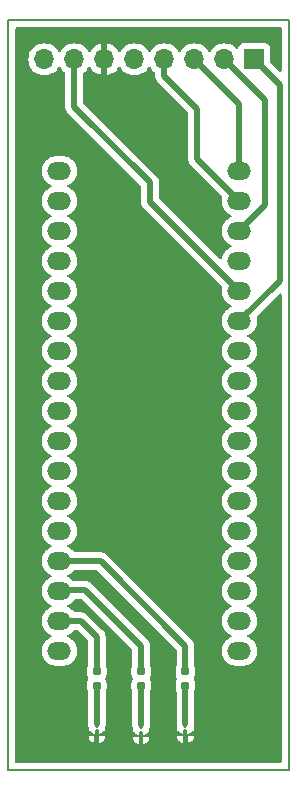
<source format=gbr>
%TF.GenerationSoftware,KiCad,Pcbnew,8.0.0*%
%TF.CreationDate,2024-05-09T13:21:52+02:00*%
%TF.ProjectId,LogUnit,4c6f6755-6e69-4742-9e6b-696361645f70,rev?*%
%TF.SameCoordinates,Original*%
%TF.FileFunction,Copper,L1,Top*%
%TF.FilePolarity,Positive*%
%FSLAX46Y46*%
G04 Gerber Fmt 4.6, Leading zero omitted, Abs format (unit mm)*
G04 Created by KiCad (PCBNEW 8.0.0) date 2024-05-09 13:21:52*
%MOMM*%
%LPD*%
G01*
G04 APERTURE LIST*
G04 Aperture macros list*
%AMRoundRect*
0 Rectangle with rounded corners*
0 $1 Rounding radius*
0 $2 $3 $4 $5 $6 $7 $8 $9 X,Y pos of 4 corners*
0 Add a 4 corners polygon primitive as box body*
4,1,4,$2,$3,$4,$5,$6,$7,$8,$9,$2,$3,0*
0 Add four circle primitives for the rounded corners*
1,1,$1+$1,$2,$3*
1,1,$1+$1,$4,$5*
1,1,$1+$1,$6,$7*
1,1,$1+$1,$8,$9*
0 Add four rect primitives between the rounded corners*
20,1,$1+$1,$2,$3,$4,$5,0*
20,1,$1+$1,$4,$5,$6,$7,0*
20,1,$1+$1,$6,$7,$8,$9,0*
20,1,$1+$1,$8,$9,$2,$3,0*%
G04 Aperture macros list end*
%TA.AperFunction,NonConductor*%
%ADD10C,0.200000*%
%TD*%
%TA.AperFunction,ComponentPad*%
%ADD11R,1.700000X1.700000*%
%TD*%
%TA.AperFunction,ComponentPad*%
%ADD12O,1.700000X1.700000*%
%TD*%
%TA.AperFunction,ComponentPad*%
%ADD13O,2.000000X1.500000*%
%TD*%
%TA.AperFunction,SMDPad,CuDef*%
%ADD14RoundRect,0.160000X-0.160000X0.197500X-0.160000X-0.197500X0.160000X-0.197500X0.160000X0.197500X0*%
%TD*%
%TA.AperFunction,SMDPad,CuDef*%
%ADD15RoundRect,0.100000X0.100000X-0.217500X0.100000X0.217500X-0.100000X0.217500X-0.100000X-0.217500X0*%
%TD*%
%TA.AperFunction,ViaPad*%
%ADD16C,0.600000*%
%TD*%
%TA.AperFunction,Conductor*%
%ADD17C,0.500000*%
%TD*%
G04 APERTURE END LIST*
D10*
X99750000Y-66500000D02*
X123500000Y-66500000D01*
X123500000Y-130000000D01*
X99750000Y-130000000D01*
X99750000Y-66500000D01*
D11*
%TO.P,U3,1,SS*%
%TO.N,SDA*%
X120585000Y-69830000D03*
D12*
%TO.P,U3,2,SCK*%
%TO.N,SCK*%
X118045000Y-69830000D03*
%TO.P,U3,3,MOSI*%
%TO.N,MOSI*%
X115505000Y-69830000D03*
%TO.P,U3,4,MISO*%
%TO.N,MISO*%
X112965000Y-69830000D03*
%TO.P,U3,5,IRQ*%
%TO.N,unconnected-(U3-IRQ-Pad5)*%
X110425000Y-69830000D03*
%TO.P,U3,6,GND*%
%TO.N,GND*%
X107885000Y-69830000D03*
%TO.P,U3,7,RST*%
%TO.N,RST*%
X105345000Y-69830000D03*
%TO.P,U3,8,VCC*%
%TO.N,+3.3V*%
X102805000Y-69830000D03*
%TD*%
D13*
%TO.P,U1,1,VBAT*%
%TO.N,unconnected-(U1-VBAT-Pad1)*%
X104080000Y-79290000D03*
%TO.P,U1,2,GND*%
%TO.N,unconnected-(U1-GND-Pad2)*%
X104080000Y-81830000D03*
%TO.P,U1,3,5V*%
%TO.N,unconnected-(U1-5V-Pad3)*%
X104080000Y-84370000D03*
%TO.P,U1,4,3V3*%
%TO.N,unconnected-(U1-3V3-Pad4)*%
X104080000Y-86910000D03*
%TO.P,U1,5,IO1*%
%TO.N,unconnected-(U1-IO1-Pad5)*%
X104080000Y-89450000D03*
%TO.P,U1,6,IO2*%
%TO.N,unconnected-(U1-IO2-Pad6)*%
X104080000Y-91990000D03*
%TO.P,U1,7,IO3*%
%TO.N,unconnected-(U1-IO3-Pad7)*%
X104080000Y-94530000D03*
%TO.P,U1,8,IO4*%
%TO.N,unconnected-(U1-IO4-Pad8)*%
X104080000Y-97070000D03*
%TO.P,U1,9,IO5*%
%TO.N,unconnected-(U1-IO5-Pad9)*%
X104080000Y-99610000D03*
%TO.P,U1,10,IO21*%
%TO.N,unconnected-(U1-IO21-Pad10)*%
X104080000Y-102150000D03*
%TO.P,U1,11,IO0*%
%TO.N,unconnected-(U1-IO0-Pad11)*%
X104080000Y-104690000D03*
%TO.P,U1,12,LDO2_OUT*%
%TO.N,unconnected-(U1-LDO2_OUT-Pad12)*%
X104080000Y-107230000D03*
%TO.P,U1,13,IO16*%
%TO.N,unconnected-(U1-IO16-Pad13)*%
X104080000Y-109770000D03*
%TO.P,U1,14,IO15*%
%TO.N,Net-(U1-IO15)*%
X104080000Y-112310000D03*
%TO.P,U1,15,IO14*%
%TO.N,Net-(U1-IO14)*%
X104080000Y-114850000D03*
%TO.P,U1,16,IO13*%
%TO.N,Net-(U1-IO13)*%
X104080000Y-117390000D03*
%TO.P,U1,17,IO12*%
%TO.N,unconnected-(U1-IO12-Pad17)*%
X104080000Y-119930000D03*
%TO.P,U1,18,IO42*%
%TO.N,unconnected-(U1-IO42-Pad18)*%
X119320000Y-119930000D03*
%TO.P,U1,19,IO41*%
%TO.N,unconnected-(U1-IO41-Pad19)*%
X119320000Y-117390000D03*
%TO.P,U1,20,IO40*%
%TO.N,unconnected-(U1-IO40-Pad20)*%
X119320000Y-114850000D03*
%TO.P,U1,21,IO39*%
%TO.N,unconnected-(U1-IO39-Pad21)*%
X119320000Y-112310000D03*
%TO.P,U1,22,IO38*%
%TO.N,unconnected-(U1-IO38-Pad22)*%
X119320000Y-109770000D03*
%TO.P,U1,23,RX*%
%TO.N,unconnected-(U1-RX-Pad23)*%
X119320000Y-107230000D03*
%TO.P,U1,24,TX*%
%TO.N,unconnected-(U1-TX-Pad24)*%
X119320000Y-104690000D03*
%TO.P,U1,25,GND*%
%TO.N,unconnected-(U1-GND-Pad25)*%
X119320000Y-102150000D03*
%TO.P,U1,26,RST*%
%TO.N,unconnected-(U1-RST-Pad26)*%
X119320000Y-99610000D03*
%TO.P,U1,27,IO6*%
%TO.N,unconnected-(U1-IO6-Pad27)*%
X119320000Y-97070000D03*
%TO.P,U1,28,IO7*%
%TO.N,unconnected-(U1-IO7-Pad28)*%
X119320000Y-94530000D03*
%TO.P,U1,29,IO8*%
%TO.N,SDA*%
X119320000Y-91990000D03*
%TO.P,U1,30,IO9*%
%TO.N,RST*%
X119320000Y-89450000D03*
%TO.P,U1,31,IO34*%
%TO.N,unconnected-(U1-IO34-Pad31)*%
X119320000Y-86910000D03*
%TO.P,U1,32,IO36*%
%TO.N,SCK*%
X119320000Y-84370000D03*
%TO.P,U1,33,IO37*%
%TO.N,MISO*%
X119320000Y-81830000D03*
%TO.P,U1,34,IO35*%
%TO.N,MOSI*%
X119320000Y-79290000D03*
%TD*%
D14*
%TO.P,R3,1*%
%TO.N,Net-(U1-IO13)*%
X107250000Y-121652500D03*
%TO.P,R3,2*%
%TO.N,Net-(D3-A)*%
X107250000Y-122847500D03*
%TD*%
D15*
%TO.P,D2,1,K*%
%TO.N,GND*%
X111000000Y-127000000D03*
%TO.P,D2,2,A*%
%TO.N,Net-(D2-A)*%
X111000000Y-126185000D03*
%TD*%
D14*
%TO.P,R2,1*%
%TO.N,Net-(U1-IO14)*%
X111000000Y-121652500D03*
%TO.P,R2,2*%
%TO.N,Net-(D2-A)*%
X111000000Y-122847500D03*
%TD*%
D15*
%TO.P,D1,1,K*%
%TO.N,GND*%
X114750000Y-126907500D03*
%TO.P,D1,2,A*%
%TO.N,Net-(D1-A)*%
X114750000Y-126092500D03*
%TD*%
%TO.P,D3,1,K*%
%TO.N,GND*%
X107250000Y-126907500D03*
%TO.P,D3,2,A*%
%TO.N,Net-(D3-A)*%
X107250000Y-126092500D03*
%TD*%
D14*
%TO.P,R1,1*%
%TO.N,Net-(U1-IO15)*%
X114750000Y-121652500D03*
%TO.P,R1,2*%
%TO.N,Net-(D1-A)*%
X114750000Y-122847500D03*
%TD*%
D16*
%TO.N,GND*%
X115250000Y-82750000D03*
X114000000Y-86500000D03*
%TD*%
D17*
%TO.N,RST*%
X105345000Y-73845000D02*
X105345000Y-69830000D01*
X111750000Y-80250000D02*
X105345000Y-73845000D01*
X111750000Y-81880000D02*
X111750000Y-80250000D01*
X119320000Y-89450000D02*
X111750000Y-81880000D01*
%TO.N,Net-(D1-A)*%
X114750000Y-122847500D02*
X114750000Y-126092500D01*
%TO.N,Net-(D2-A)*%
X111000000Y-122847500D02*
X111000000Y-126185000D01*
%TO.N,Net-(D3-A)*%
X107250000Y-122847500D02*
X107250000Y-126092500D01*
%TO.N,Net-(U1-IO14)*%
X104180000Y-114750000D02*
X104080000Y-114850000D01*
X106250000Y-114750000D02*
X104180000Y-114750000D01*
X111000000Y-119500000D02*
X106250000Y-114750000D01*
X111000000Y-121652500D02*
X111000000Y-119500000D01*
%TO.N,Net-(U1-IO13)*%
X105890000Y-117390000D02*
X104080000Y-117390000D01*
X107250000Y-118750000D02*
X105890000Y-117390000D01*
X107250000Y-121652500D02*
X107250000Y-118750000D01*
%TO.N,Net-(U1-IO15)*%
X114750000Y-119500000D02*
X107560000Y-112310000D01*
X114750000Y-121652500D02*
X114750000Y-119500000D01*
X107560000Y-112310000D02*
X104080000Y-112310000D01*
%TO.N,MISO*%
X115750000Y-78260000D02*
X115750000Y-74000000D01*
X112965000Y-71215000D02*
X112965000Y-69830000D01*
X119320000Y-81830000D02*
X115750000Y-78260000D01*
X115750000Y-74000000D02*
X112965000Y-71215000D01*
%TO.N,MOSI*%
X119320000Y-73645000D02*
X115505000Y-69830000D01*
X119320000Y-79290000D02*
X119320000Y-73645000D01*
%TO.N,SCK*%
X121500000Y-73285000D02*
X118045000Y-69830000D01*
X121500000Y-82190000D02*
X121500000Y-73285000D01*
X119320000Y-84370000D02*
X121500000Y-82190000D01*
%TO.N,SDA*%
X119320000Y-91990000D02*
X122750000Y-88560000D01*
X122750000Y-88560000D02*
X122750000Y-71995000D01*
X122750000Y-71995000D02*
X120585000Y-69830000D01*
%TD*%
%TA.AperFunction,Conductor*%
%TO.N,GND*%
G36*
X122842539Y-67120185D02*
G01*
X122888294Y-67172989D01*
X122899500Y-67224500D01*
X122899500Y-70783770D01*
X122879815Y-70850809D01*
X122827011Y-70896564D01*
X122757853Y-70906508D01*
X122694297Y-70877483D01*
X122687819Y-70871451D01*
X121971818Y-70155450D01*
X121938333Y-70094127D01*
X121935499Y-70067769D01*
X121935499Y-68932129D01*
X121935498Y-68932123D01*
X121929091Y-68872516D01*
X121878797Y-68737671D01*
X121878793Y-68737664D01*
X121792547Y-68622455D01*
X121792544Y-68622452D01*
X121677335Y-68536206D01*
X121677328Y-68536202D01*
X121542482Y-68485908D01*
X121542483Y-68485908D01*
X121482883Y-68479501D01*
X121482881Y-68479500D01*
X121482873Y-68479500D01*
X121482864Y-68479500D01*
X119687129Y-68479500D01*
X119687123Y-68479501D01*
X119627516Y-68485908D01*
X119492671Y-68536202D01*
X119492664Y-68536206D01*
X119377455Y-68622452D01*
X119377452Y-68622455D01*
X119291206Y-68737664D01*
X119291203Y-68737669D01*
X119242189Y-68869083D01*
X119200317Y-68925016D01*
X119134853Y-68949433D01*
X119066580Y-68934581D01*
X119038326Y-68913430D01*
X118916402Y-68791506D01*
X118916395Y-68791501D01*
X118722834Y-68655967D01*
X118722830Y-68655965D01*
X118722828Y-68655964D01*
X118508663Y-68556097D01*
X118508659Y-68556096D01*
X118508655Y-68556094D01*
X118280413Y-68494938D01*
X118280403Y-68494936D01*
X118045001Y-68474341D01*
X118044999Y-68474341D01*
X117809596Y-68494936D01*
X117809586Y-68494938D01*
X117581344Y-68556094D01*
X117581335Y-68556098D01*
X117367171Y-68655964D01*
X117367169Y-68655965D01*
X117173597Y-68791505D01*
X117006505Y-68958597D01*
X116876575Y-69144158D01*
X116821998Y-69187783D01*
X116752500Y-69194977D01*
X116690145Y-69163454D01*
X116673425Y-69144158D01*
X116543494Y-68958597D01*
X116376402Y-68791506D01*
X116376395Y-68791501D01*
X116182834Y-68655967D01*
X116182830Y-68655965D01*
X116182828Y-68655964D01*
X115968663Y-68556097D01*
X115968659Y-68556096D01*
X115968655Y-68556094D01*
X115740413Y-68494938D01*
X115740403Y-68494936D01*
X115505001Y-68474341D01*
X115504999Y-68474341D01*
X115269596Y-68494936D01*
X115269586Y-68494938D01*
X115041344Y-68556094D01*
X115041335Y-68556098D01*
X114827171Y-68655964D01*
X114827169Y-68655965D01*
X114633597Y-68791505D01*
X114466505Y-68958597D01*
X114336575Y-69144158D01*
X114281998Y-69187783D01*
X114212500Y-69194977D01*
X114150145Y-69163454D01*
X114133425Y-69144158D01*
X114003494Y-68958597D01*
X113836402Y-68791506D01*
X113836395Y-68791501D01*
X113642834Y-68655967D01*
X113642830Y-68655965D01*
X113642828Y-68655964D01*
X113428663Y-68556097D01*
X113428659Y-68556096D01*
X113428655Y-68556094D01*
X113200413Y-68494938D01*
X113200403Y-68494936D01*
X112965001Y-68474341D01*
X112964999Y-68474341D01*
X112729596Y-68494936D01*
X112729586Y-68494938D01*
X112501344Y-68556094D01*
X112501335Y-68556098D01*
X112287171Y-68655964D01*
X112287169Y-68655965D01*
X112093597Y-68791505D01*
X111926505Y-68958597D01*
X111796575Y-69144158D01*
X111741998Y-69187783D01*
X111672500Y-69194977D01*
X111610145Y-69163454D01*
X111593425Y-69144158D01*
X111463494Y-68958597D01*
X111296402Y-68791506D01*
X111296395Y-68791501D01*
X111102834Y-68655967D01*
X111102830Y-68655965D01*
X111102828Y-68655964D01*
X110888663Y-68556097D01*
X110888659Y-68556096D01*
X110888655Y-68556094D01*
X110660413Y-68494938D01*
X110660403Y-68494936D01*
X110425001Y-68474341D01*
X110424999Y-68474341D01*
X110189596Y-68494936D01*
X110189586Y-68494938D01*
X109961344Y-68556094D01*
X109961335Y-68556098D01*
X109747171Y-68655964D01*
X109747169Y-68655965D01*
X109553597Y-68791505D01*
X109386508Y-68958594D01*
X109256269Y-69144595D01*
X109201692Y-69188219D01*
X109132193Y-69195412D01*
X109069839Y-69163890D01*
X109053119Y-69144594D01*
X108923113Y-68958926D01*
X108923108Y-68958920D01*
X108756082Y-68791894D01*
X108562578Y-68656399D01*
X108348492Y-68556570D01*
X108348486Y-68556567D01*
X108135000Y-68499364D01*
X108135000Y-69396988D01*
X108077993Y-69364075D01*
X107950826Y-69330000D01*
X107819174Y-69330000D01*
X107692007Y-69364075D01*
X107635000Y-69396988D01*
X107635000Y-68499364D01*
X107634999Y-68499364D01*
X107421513Y-68556567D01*
X107421507Y-68556570D01*
X107207422Y-68656399D01*
X107207420Y-68656400D01*
X107013926Y-68791886D01*
X107013920Y-68791891D01*
X106846891Y-68958920D01*
X106846890Y-68958922D01*
X106716880Y-69144595D01*
X106662303Y-69188219D01*
X106592804Y-69195412D01*
X106530450Y-69163890D01*
X106513730Y-69144594D01*
X106383494Y-68958597D01*
X106216402Y-68791506D01*
X106216395Y-68791501D01*
X106022834Y-68655967D01*
X106022830Y-68655965D01*
X106022828Y-68655964D01*
X105808663Y-68556097D01*
X105808659Y-68556096D01*
X105808655Y-68556094D01*
X105580413Y-68494938D01*
X105580403Y-68494936D01*
X105345001Y-68474341D01*
X105344999Y-68474341D01*
X105109596Y-68494936D01*
X105109586Y-68494938D01*
X104881344Y-68556094D01*
X104881335Y-68556098D01*
X104667171Y-68655964D01*
X104667169Y-68655965D01*
X104473597Y-68791505D01*
X104306505Y-68958597D01*
X104176575Y-69144158D01*
X104121998Y-69187783D01*
X104052500Y-69194977D01*
X103990145Y-69163454D01*
X103973425Y-69144158D01*
X103843494Y-68958597D01*
X103676402Y-68791506D01*
X103676395Y-68791501D01*
X103482834Y-68655967D01*
X103482830Y-68655965D01*
X103482828Y-68655964D01*
X103268663Y-68556097D01*
X103268659Y-68556096D01*
X103268655Y-68556094D01*
X103040413Y-68494938D01*
X103040403Y-68494936D01*
X102805001Y-68474341D01*
X102804999Y-68474341D01*
X102569596Y-68494936D01*
X102569586Y-68494938D01*
X102341344Y-68556094D01*
X102341335Y-68556098D01*
X102127171Y-68655964D01*
X102127169Y-68655965D01*
X101933597Y-68791505D01*
X101766505Y-68958597D01*
X101630965Y-69152169D01*
X101630964Y-69152171D01*
X101531098Y-69366335D01*
X101531094Y-69366344D01*
X101469938Y-69594586D01*
X101469936Y-69594596D01*
X101449341Y-69829999D01*
X101449341Y-69830000D01*
X101469936Y-70065403D01*
X101469938Y-70065413D01*
X101531094Y-70293655D01*
X101531096Y-70293659D01*
X101531097Y-70293663D01*
X101610801Y-70464588D01*
X101630965Y-70507830D01*
X101630967Y-70507834D01*
X101739281Y-70662521D01*
X101766505Y-70701401D01*
X101933599Y-70868495D01*
X101987887Y-70906508D01*
X102127165Y-71004032D01*
X102127167Y-71004033D01*
X102127170Y-71004035D01*
X102341337Y-71103903D01*
X102569592Y-71165063D01*
X102749337Y-71180789D01*
X102804999Y-71185659D01*
X102805000Y-71185659D01*
X102805001Y-71185659D01*
X102860663Y-71180789D01*
X103040408Y-71165063D01*
X103268663Y-71103903D01*
X103482830Y-71004035D01*
X103676401Y-70868495D01*
X103843495Y-70701401D01*
X103973425Y-70515842D01*
X104028002Y-70472217D01*
X104097500Y-70465023D01*
X104159855Y-70496546D01*
X104176575Y-70515842D01*
X104306501Y-70701396D01*
X104306506Y-70701402D01*
X104473595Y-70868492D01*
X104473598Y-70868494D01*
X104473599Y-70868495D01*
X104541623Y-70916125D01*
X104585248Y-70970701D01*
X104594500Y-71017700D01*
X104594500Y-73918918D01*
X104594500Y-73918920D01*
X104594499Y-73918920D01*
X104623340Y-74063907D01*
X104623343Y-74063917D01*
X104679914Y-74200491D01*
X104679916Y-74200495D01*
X104698262Y-74227952D01*
X104698261Y-74227952D01*
X104762046Y-74323414D01*
X104762052Y-74323421D01*
X110963181Y-80524549D01*
X110996666Y-80585872D01*
X110999500Y-80612230D01*
X110999500Y-81953918D01*
X110999500Y-81953920D01*
X110999499Y-81953920D01*
X111028340Y-82098907D01*
X111028343Y-82098917D01*
X111084912Y-82235488D01*
X111084916Y-82235495D01*
X111103905Y-82263914D01*
X111103906Y-82263917D01*
X111167046Y-82358414D01*
X111167052Y-82358421D01*
X117824888Y-89016256D01*
X117858373Y-89077579D01*
X117855138Y-89142254D01*
X117850292Y-89157166D01*
X117850291Y-89157173D01*
X117819500Y-89351577D01*
X117819500Y-89548422D01*
X117850290Y-89742826D01*
X117911117Y-89930029D01*
X118000476Y-90105405D01*
X118116172Y-90264646D01*
X118255354Y-90403828D01*
X118414595Y-90519524D01*
X118537992Y-90582397D01*
X118591213Y-90609515D01*
X118642009Y-90657489D01*
X118658804Y-90725310D01*
X118636267Y-90791445D01*
X118591213Y-90830485D01*
X118414594Y-90920476D01*
X118323741Y-90986485D01*
X118255354Y-91036172D01*
X118255352Y-91036174D01*
X118255351Y-91036174D01*
X118116174Y-91175351D01*
X118116174Y-91175352D01*
X118116172Y-91175354D01*
X118066485Y-91243741D01*
X118000476Y-91334594D01*
X117911117Y-91509970D01*
X117850290Y-91697173D01*
X117819500Y-91891577D01*
X117819500Y-92088422D01*
X117850290Y-92282826D01*
X117911117Y-92470029D01*
X118000476Y-92645405D01*
X118116172Y-92804646D01*
X118255354Y-92943828D01*
X118414595Y-93059524D01*
X118537992Y-93122397D01*
X118591213Y-93149515D01*
X118642009Y-93197489D01*
X118658804Y-93265310D01*
X118636267Y-93331445D01*
X118591213Y-93370485D01*
X118414594Y-93460476D01*
X118323741Y-93526485D01*
X118255354Y-93576172D01*
X118255352Y-93576174D01*
X118255351Y-93576174D01*
X118116174Y-93715351D01*
X118116174Y-93715352D01*
X118116172Y-93715354D01*
X118066485Y-93783741D01*
X118000476Y-93874594D01*
X117911117Y-94049970D01*
X117850290Y-94237173D01*
X117819500Y-94431577D01*
X117819500Y-94628422D01*
X117850290Y-94822826D01*
X117911117Y-95010029D01*
X118000476Y-95185405D01*
X118116172Y-95344646D01*
X118255354Y-95483828D01*
X118414595Y-95599524D01*
X118537992Y-95662397D01*
X118591213Y-95689515D01*
X118642009Y-95737489D01*
X118658804Y-95805310D01*
X118636267Y-95871445D01*
X118591213Y-95910485D01*
X118414594Y-96000476D01*
X118323741Y-96066485D01*
X118255354Y-96116172D01*
X118255352Y-96116174D01*
X118255351Y-96116174D01*
X118116174Y-96255351D01*
X118116174Y-96255352D01*
X118116172Y-96255354D01*
X118066485Y-96323741D01*
X118000476Y-96414594D01*
X117911117Y-96589970D01*
X117850290Y-96777173D01*
X117819500Y-96971577D01*
X117819500Y-97168422D01*
X117850290Y-97362826D01*
X117911117Y-97550029D01*
X118000476Y-97725405D01*
X118116172Y-97884646D01*
X118255354Y-98023828D01*
X118414595Y-98139524D01*
X118537992Y-98202397D01*
X118591213Y-98229515D01*
X118642009Y-98277489D01*
X118658804Y-98345310D01*
X118636267Y-98411445D01*
X118591213Y-98450485D01*
X118414594Y-98540476D01*
X118323741Y-98606485D01*
X118255354Y-98656172D01*
X118255352Y-98656174D01*
X118255351Y-98656174D01*
X118116174Y-98795351D01*
X118116174Y-98795352D01*
X118116172Y-98795354D01*
X118066485Y-98863741D01*
X118000476Y-98954594D01*
X117911117Y-99129970D01*
X117850290Y-99317173D01*
X117819500Y-99511577D01*
X117819500Y-99708422D01*
X117850290Y-99902826D01*
X117911117Y-100090029D01*
X118000476Y-100265405D01*
X118116172Y-100424646D01*
X118255354Y-100563828D01*
X118414595Y-100679524D01*
X118537992Y-100742397D01*
X118591213Y-100769515D01*
X118642009Y-100817489D01*
X118658804Y-100885310D01*
X118636267Y-100951445D01*
X118591213Y-100990485D01*
X118414594Y-101080476D01*
X118323741Y-101146485D01*
X118255354Y-101196172D01*
X118255352Y-101196174D01*
X118255351Y-101196174D01*
X118116174Y-101335351D01*
X118116174Y-101335352D01*
X118116172Y-101335354D01*
X118066485Y-101403741D01*
X118000476Y-101494594D01*
X117911117Y-101669970D01*
X117850290Y-101857173D01*
X117819500Y-102051577D01*
X117819500Y-102248422D01*
X117850290Y-102442826D01*
X117911117Y-102630029D01*
X118000476Y-102805405D01*
X118116172Y-102964646D01*
X118255354Y-103103828D01*
X118414595Y-103219524D01*
X118537992Y-103282397D01*
X118591213Y-103309515D01*
X118642009Y-103357489D01*
X118658804Y-103425310D01*
X118636267Y-103491445D01*
X118591213Y-103530485D01*
X118414594Y-103620476D01*
X118323741Y-103686485D01*
X118255354Y-103736172D01*
X118255352Y-103736174D01*
X118255351Y-103736174D01*
X118116174Y-103875351D01*
X118116174Y-103875352D01*
X118116172Y-103875354D01*
X118066485Y-103943741D01*
X118000476Y-104034594D01*
X117911117Y-104209970D01*
X117850290Y-104397173D01*
X117819500Y-104591577D01*
X117819500Y-104788422D01*
X117850290Y-104982826D01*
X117911117Y-105170029D01*
X118000476Y-105345405D01*
X118116172Y-105504646D01*
X118255354Y-105643828D01*
X118414595Y-105759524D01*
X118537992Y-105822397D01*
X118591213Y-105849515D01*
X118642009Y-105897489D01*
X118658804Y-105965310D01*
X118636267Y-106031445D01*
X118591213Y-106070485D01*
X118414594Y-106160476D01*
X118323741Y-106226485D01*
X118255354Y-106276172D01*
X118255352Y-106276174D01*
X118255351Y-106276174D01*
X118116174Y-106415351D01*
X118116174Y-106415352D01*
X118116172Y-106415354D01*
X118066485Y-106483741D01*
X118000476Y-106574594D01*
X117911117Y-106749970D01*
X117850290Y-106937173D01*
X117819500Y-107131577D01*
X117819500Y-107328422D01*
X117850290Y-107522826D01*
X117911117Y-107710029D01*
X118000476Y-107885405D01*
X118116172Y-108044646D01*
X118255354Y-108183828D01*
X118414595Y-108299524D01*
X118537992Y-108362397D01*
X118591213Y-108389515D01*
X118642009Y-108437489D01*
X118658804Y-108505310D01*
X118636267Y-108571445D01*
X118591213Y-108610485D01*
X118414594Y-108700476D01*
X118323741Y-108766485D01*
X118255354Y-108816172D01*
X118255352Y-108816174D01*
X118255351Y-108816174D01*
X118116174Y-108955351D01*
X118116174Y-108955352D01*
X118116172Y-108955354D01*
X118066485Y-109023741D01*
X118000476Y-109114594D01*
X117911117Y-109289970D01*
X117850290Y-109477173D01*
X117819500Y-109671577D01*
X117819500Y-109868422D01*
X117850290Y-110062826D01*
X117911117Y-110250029D01*
X118000476Y-110425405D01*
X118116172Y-110584646D01*
X118255354Y-110723828D01*
X118414595Y-110839524D01*
X118537992Y-110902397D01*
X118591213Y-110929515D01*
X118642009Y-110977489D01*
X118658804Y-111045310D01*
X118636267Y-111111445D01*
X118591213Y-111150485D01*
X118414594Y-111240476D01*
X118323741Y-111306485D01*
X118255354Y-111356172D01*
X118255352Y-111356174D01*
X118255351Y-111356174D01*
X118116174Y-111495351D01*
X118116174Y-111495352D01*
X118116172Y-111495354D01*
X118106703Y-111508387D01*
X118000476Y-111654594D01*
X117911117Y-111829970D01*
X117850290Y-112017173D01*
X117819500Y-112211577D01*
X117819500Y-112408422D01*
X117850290Y-112602826D01*
X117911117Y-112790029D01*
X118000476Y-112965405D01*
X118116172Y-113124646D01*
X118255354Y-113263828D01*
X118414595Y-113379524D01*
X118537992Y-113442397D01*
X118591213Y-113469515D01*
X118642009Y-113517489D01*
X118658804Y-113585310D01*
X118636267Y-113651445D01*
X118591213Y-113690485D01*
X118414594Y-113780476D01*
X118323741Y-113846485D01*
X118255354Y-113896172D01*
X118255352Y-113896174D01*
X118255351Y-113896174D01*
X118116174Y-114035351D01*
X118116174Y-114035352D01*
X118116172Y-114035354D01*
X118080165Y-114084913D01*
X118000476Y-114194594D01*
X117911117Y-114369970D01*
X117850290Y-114557173D01*
X117819500Y-114751577D01*
X117819500Y-114948422D01*
X117850290Y-115142826D01*
X117911117Y-115330029D01*
X117997977Y-115500500D01*
X118000476Y-115505405D01*
X118116172Y-115664646D01*
X118255354Y-115803828D01*
X118414595Y-115919524D01*
X118537992Y-115982397D01*
X118591213Y-116009515D01*
X118642009Y-116057489D01*
X118658804Y-116125310D01*
X118636267Y-116191445D01*
X118591213Y-116230485D01*
X118414594Y-116320476D01*
X118323741Y-116386485D01*
X118255354Y-116436172D01*
X118255352Y-116436174D01*
X118255351Y-116436174D01*
X118116174Y-116575351D01*
X118116174Y-116575352D01*
X118116172Y-116575354D01*
X118106703Y-116588387D01*
X118000476Y-116734594D01*
X117911117Y-116909970D01*
X117850290Y-117097173D01*
X117819500Y-117291577D01*
X117819500Y-117488422D01*
X117850290Y-117682826D01*
X117911117Y-117870029D01*
X118000476Y-118045405D01*
X118116172Y-118204646D01*
X118255354Y-118343828D01*
X118414595Y-118459524D01*
X118537992Y-118522397D01*
X118591213Y-118549515D01*
X118642009Y-118597489D01*
X118658804Y-118665310D01*
X118636267Y-118731445D01*
X118591213Y-118770485D01*
X118414594Y-118860476D01*
X118336729Y-118917049D01*
X118255354Y-118976172D01*
X118255352Y-118976174D01*
X118255351Y-118976174D01*
X118116174Y-119115351D01*
X118116174Y-119115352D01*
X118116172Y-119115354D01*
X118066485Y-119183741D01*
X118000476Y-119274594D01*
X117911117Y-119449970D01*
X117850290Y-119637173D01*
X117819500Y-119831577D01*
X117819500Y-120028422D01*
X117850290Y-120222826D01*
X117911117Y-120410029D01*
X118000476Y-120585405D01*
X118116172Y-120744646D01*
X118255354Y-120883828D01*
X118414595Y-120999524D01*
X118497455Y-121041743D01*
X118589970Y-121088882D01*
X118589972Y-121088882D01*
X118589975Y-121088884D01*
X118687312Y-121120511D01*
X118777173Y-121149709D01*
X118971578Y-121180500D01*
X118971583Y-121180500D01*
X119668422Y-121180500D01*
X119862826Y-121149709D01*
X120050025Y-121088884D01*
X120225405Y-120999524D01*
X120384646Y-120883828D01*
X120523828Y-120744646D01*
X120639524Y-120585405D01*
X120728884Y-120410025D01*
X120789709Y-120222826D01*
X120820500Y-120028422D01*
X120820500Y-119831577D01*
X120789709Y-119637173D01*
X120728882Y-119449970D01*
X120642834Y-119281092D01*
X120639524Y-119274595D01*
X120523828Y-119115354D01*
X120384646Y-118976172D01*
X120303271Y-118917049D01*
X120225403Y-118860474D01*
X120048787Y-118770485D01*
X119997990Y-118722511D01*
X119981195Y-118654690D01*
X120003732Y-118588555D01*
X120048787Y-118549515D01*
X120225403Y-118459525D01*
X120225402Y-118459525D01*
X120225405Y-118459524D01*
X120384646Y-118343828D01*
X120523828Y-118204646D01*
X120639524Y-118045405D01*
X120728884Y-117870025D01*
X120789709Y-117682826D01*
X120820500Y-117488422D01*
X120820500Y-117291577D01*
X120789709Y-117097173D01*
X120728882Y-116909970D01*
X120639523Y-116734594D01*
X120523828Y-116575354D01*
X120384646Y-116436172D01*
X120305025Y-116378324D01*
X120225403Y-116320474D01*
X120048787Y-116230485D01*
X119997990Y-116182511D01*
X119981195Y-116114690D01*
X120003732Y-116048555D01*
X120048787Y-116009515D01*
X120225403Y-115919525D01*
X120225402Y-115919525D01*
X120225405Y-115919524D01*
X120384646Y-115803828D01*
X120523828Y-115664646D01*
X120639524Y-115505405D01*
X120728884Y-115330025D01*
X120789709Y-115142826D01*
X120820500Y-114948422D01*
X120820500Y-114751577D01*
X120789709Y-114557173D01*
X120728882Y-114369970D01*
X120639523Y-114194594D01*
X120523828Y-114035354D01*
X120384646Y-113896172D01*
X120305025Y-113838324D01*
X120225403Y-113780474D01*
X120048787Y-113690485D01*
X119997990Y-113642511D01*
X119981195Y-113574690D01*
X120003732Y-113508555D01*
X120048787Y-113469515D01*
X120225403Y-113379525D01*
X120225402Y-113379525D01*
X120225405Y-113379524D01*
X120384646Y-113263828D01*
X120523828Y-113124646D01*
X120639524Y-112965405D01*
X120728884Y-112790025D01*
X120789709Y-112602826D01*
X120820500Y-112408422D01*
X120820500Y-112211577D01*
X120789709Y-112017173D01*
X120728882Y-111829970D01*
X120639523Y-111654594D01*
X120523828Y-111495354D01*
X120384646Y-111356172D01*
X120305025Y-111298324D01*
X120225403Y-111240474D01*
X120048787Y-111150485D01*
X119997990Y-111102511D01*
X119981195Y-111034690D01*
X120003732Y-110968555D01*
X120048787Y-110929515D01*
X120225403Y-110839525D01*
X120225402Y-110839525D01*
X120225405Y-110839524D01*
X120384646Y-110723828D01*
X120523828Y-110584646D01*
X120639524Y-110425405D01*
X120728884Y-110250025D01*
X120789709Y-110062826D01*
X120820500Y-109868422D01*
X120820500Y-109671577D01*
X120789709Y-109477173D01*
X120728882Y-109289970D01*
X120639523Y-109114594D01*
X120523828Y-108955354D01*
X120384646Y-108816172D01*
X120305025Y-108758324D01*
X120225403Y-108700474D01*
X120048787Y-108610485D01*
X119997990Y-108562511D01*
X119981195Y-108494690D01*
X120003732Y-108428555D01*
X120048787Y-108389515D01*
X120225403Y-108299525D01*
X120225402Y-108299525D01*
X120225405Y-108299524D01*
X120384646Y-108183828D01*
X120523828Y-108044646D01*
X120639524Y-107885405D01*
X120728884Y-107710025D01*
X120789709Y-107522826D01*
X120820500Y-107328422D01*
X120820500Y-107131577D01*
X120789709Y-106937173D01*
X120728882Y-106749970D01*
X120639523Y-106574594D01*
X120523828Y-106415354D01*
X120384646Y-106276172D01*
X120305025Y-106218324D01*
X120225403Y-106160474D01*
X120048787Y-106070485D01*
X119997990Y-106022511D01*
X119981195Y-105954690D01*
X120003732Y-105888555D01*
X120048787Y-105849515D01*
X120225403Y-105759525D01*
X120225402Y-105759525D01*
X120225405Y-105759524D01*
X120384646Y-105643828D01*
X120523828Y-105504646D01*
X120639524Y-105345405D01*
X120728884Y-105170025D01*
X120789709Y-104982826D01*
X120820500Y-104788422D01*
X120820500Y-104591577D01*
X120789709Y-104397173D01*
X120728882Y-104209970D01*
X120639523Y-104034594D01*
X120523828Y-103875354D01*
X120384646Y-103736172D01*
X120305025Y-103678324D01*
X120225403Y-103620474D01*
X120048787Y-103530485D01*
X119997990Y-103482511D01*
X119981195Y-103414690D01*
X120003732Y-103348555D01*
X120048787Y-103309515D01*
X120225403Y-103219525D01*
X120225402Y-103219525D01*
X120225405Y-103219524D01*
X120384646Y-103103828D01*
X120523828Y-102964646D01*
X120639524Y-102805405D01*
X120728884Y-102630025D01*
X120789709Y-102442826D01*
X120820500Y-102248422D01*
X120820500Y-102051577D01*
X120789709Y-101857173D01*
X120728882Y-101669970D01*
X120639523Y-101494594D01*
X120523828Y-101335354D01*
X120384646Y-101196172D01*
X120305025Y-101138324D01*
X120225403Y-101080474D01*
X120048787Y-100990485D01*
X119997990Y-100942511D01*
X119981195Y-100874690D01*
X120003732Y-100808555D01*
X120048787Y-100769515D01*
X120225403Y-100679525D01*
X120225402Y-100679525D01*
X120225405Y-100679524D01*
X120384646Y-100563828D01*
X120523828Y-100424646D01*
X120639524Y-100265405D01*
X120728884Y-100090025D01*
X120789709Y-99902826D01*
X120820500Y-99708422D01*
X120820500Y-99511577D01*
X120789709Y-99317173D01*
X120728882Y-99129970D01*
X120639523Y-98954594D01*
X120523828Y-98795354D01*
X120384646Y-98656172D01*
X120305025Y-98598324D01*
X120225403Y-98540474D01*
X120048787Y-98450485D01*
X119997990Y-98402511D01*
X119981195Y-98334690D01*
X120003732Y-98268555D01*
X120048787Y-98229515D01*
X120225403Y-98139525D01*
X120225402Y-98139525D01*
X120225405Y-98139524D01*
X120384646Y-98023828D01*
X120523828Y-97884646D01*
X120639524Y-97725405D01*
X120728884Y-97550025D01*
X120789709Y-97362826D01*
X120820500Y-97168422D01*
X120820500Y-96971577D01*
X120789709Y-96777173D01*
X120728882Y-96589970D01*
X120639523Y-96414594D01*
X120523828Y-96255354D01*
X120384646Y-96116172D01*
X120305025Y-96058324D01*
X120225403Y-96000474D01*
X120048787Y-95910485D01*
X119997990Y-95862511D01*
X119981195Y-95794690D01*
X120003732Y-95728555D01*
X120048787Y-95689515D01*
X120225403Y-95599525D01*
X120225402Y-95599525D01*
X120225405Y-95599524D01*
X120384646Y-95483828D01*
X120523828Y-95344646D01*
X120639524Y-95185405D01*
X120728884Y-95010025D01*
X120789709Y-94822826D01*
X120820500Y-94628422D01*
X120820500Y-94431577D01*
X120789709Y-94237173D01*
X120728882Y-94049970D01*
X120639523Y-93874594D01*
X120523828Y-93715354D01*
X120384646Y-93576172D01*
X120305025Y-93518324D01*
X120225403Y-93460474D01*
X120048787Y-93370485D01*
X119997990Y-93322511D01*
X119981195Y-93254690D01*
X120003732Y-93188555D01*
X120048787Y-93149515D01*
X120225403Y-93059525D01*
X120225402Y-93059525D01*
X120225405Y-93059524D01*
X120384646Y-92943828D01*
X120523828Y-92804646D01*
X120639524Y-92645405D01*
X120728884Y-92470025D01*
X120789709Y-92282826D01*
X120820500Y-92088422D01*
X120820500Y-91891577D01*
X120789709Y-91697177D01*
X120789709Y-91697174D01*
X120784861Y-91682253D01*
X120782866Y-91612412D01*
X120815109Y-91556257D01*
X122687819Y-89683548D01*
X122749142Y-89650063D01*
X122818834Y-89655047D01*
X122874767Y-89696919D01*
X122899184Y-89762383D01*
X122899500Y-89771229D01*
X122899500Y-129275500D01*
X122879815Y-129342539D01*
X122827011Y-129388294D01*
X122775500Y-129399500D01*
X100474500Y-129399500D01*
X100407461Y-129379815D01*
X100361706Y-129327011D01*
X100350500Y-129275500D01*
X100350500Y-120028422D01*
X102579500Y-120028422D01*
X102610290Y-120222826D01*
X102671117Y-120410029D01*
X102760476Y-120585405D01*
X102876172Y-120744646D01*
X103015354Y-120883828D01*
X103174595Y-120999524D01*
X103257455Y-121041743D01*
X103349970Y-121088882D01*
X103349972Y-121088882D01*
X103349975Y-121088884D01*
X103447312Y-121120511D01*
X103537173Y-121149709D01*
X103731578Y-121180500D01*
X103731583Y-121180500D01*
X104428422Y-121180500D01*
X104622826Y-121149709D01*
X104810025Y-121088884D01*
X104985405Y-120999524D01*
X105144646Y-120883828D01*
X105283828Y-120744646D01*
X105399524Y-120585405D01*
X105488884Y-120410025D01*
X105549709Y-120222826D01*
X105580500Y-120028422D01*
X105580500Y-119831577D01*
X105549709Y-119637173D01*
X105488882Y-119449970D01*
X105402834Y-119281092D01*
X105399524Y-119274595D01*
X105283828Y-119115354D01*
X105144646Y-118976172D01*
X105063271Y-118917049D01*
X104985403Y-118860474D01*
X104808787Y-118770485D01*
X104757990Y-118722511D01*
X104741195Y-118654690D01*
X104763732Y-118588555D01*
X104808787Y-118549515D01*
X104985403Y-118459525D01*
X104985402Y-118459525D01*
X104985405Y-118459524D01*
X105144646Y-118343828D01*
X105283828Y-118204646D01*
X105293297Y-118191612D01*
X105348628Y-118148948D01*
X105393614Y-118140500D01*
X105527770Y-118140500D01*
X105594809Y-118160185D01*
X105615451Y-118176819D01*
X106463181Y-119024548D01*
X106496666Y-119085871D01*
X106499500Y-119112229D01*
X106499500Y-121120511D01*
X106484514Y-121174268D01*
X106486345Y-121175092D01*
X106483265Y-121181933D01*
X106435548Y-121335065D01*
X106429500Y-121401621D01*
X106429500Y-121903388D01*
X106435546Y-121969926D01*
X106435548Y-121969933D01*
X106483265Y-122123066D01*
X106483267Y-122123070D01*
X106521219Y-122185851D01*
X106539055Y-122253406D01*
X106521219Y-122314149D01*
X106483267Y-122376929D01*
X106483265Y-122376933D01*
X106435548Y-122530065D01*
X106429500Y-122596621D01*
X106429500Y-123098388D01*
X106435546Y-123164925D01*
X106483268Y-123318074D01*
X106486345Y-123324909D01*
X106484511Y-123325734D01*
X106499500Y-123379489D01*
X106499500Y-126166418D01*
X106499500Y-126166420D01*
X106499499Y-126166420D01*
X106528340Y-126311406D01*
X106528341Y-126311408D01*
X106528342Y-126311413D01*
X106545785Y-126353525D01*
X106545788Y-126353532D01*
X106554165Y-126384797D01*
X106564956Y-126466765D01*
X106565527Y-126468894D01*
X106565527Y-126471096D01*
X106566017Y-126474818D01*
X106565527Y-126474882D01*
X106565527Y-126525184D01*
X106566505Y-126525313D01*
X106565527Y-126532733D01*
X106565528Y-126533055D01*
X106565444Y-126533365D01*
X106550000Y-126650669D01*
X106550000Y-126707500D01*
X106639574Y-126707500D01*
X106706613Y-126727185D01*
X106714878Y-126733845D01*
X106715271Y-126733334D01*
X106721716Y-126738279D01*
X106721718Y-126738282D01*
X106847159Y-126834536D01*
X106847160Y-126834536D01*
X106847161Y-126834537D01*
X106930215Y-126868939D01*
X106984619Y-126912780D01*
X107006684Y-126979074D01*
X106989405Y-127046773D01*
X106938268Y-127094384D01*
X106882763Y-127107500D01*
X106550001Y-127107500D01*
X106550001Y-127164324D01*
X106565442Y-127281628D01*
X106565444Y-127281633D01*
X106625899Y-127427585D01*
X106722075Y-127552924D01*
X106847414Y-127649100D01*
X106993366Y-127709555D01*
X106993372Y-127709557D01*
X107049998Y-127717011D01*
X107050000Y-127717010D01*
X107050000Y-127095295D01*
X107031195Y-127060857D01*
X107036179Y-126991165D01*
X107078051Y-126935232D01*
X107143515Y-126910815D01*
X107152337Y-126910499D01*
X107347638Y-126910499D01*
X107414677Y-126930184D01*
X107460432Y-126982988D01*
X107470376Y-127052146D01*
X107450000Y-127096763D01*
X107450000Y-127717010D01*
X107450001Y-127717011D01*
X107506627Y-127709557D01*
X107506633Y-127709555D01*
X107652585Y-127649100D01*
X107777924Y-127552924D01*
X107874100Y-127427586D01*
X107934554Y-127281634D01*
X107934555Y-127281630D01*
X107949999Y-127164330D01*
X107950000Y-127164316D01*
X107950000Y-127107500D01*
X107617237Y-127107500D01*
X107550198Y-127087815D01*
X107504443Y-127035011D01*
X107494499Y-126965853D01*
X107523524Y-126902297D01*
X107569785Y-126868939D01*
X107577032Y-126865936D01*
X107652841Y-126834536D01*
X107778282Y-126738282D01*
X107778283Y-126738279D01*
X107784729Y-126733334D01*
X107786860Y-126736111D01*
X107834068Y-126710334D01*
X107860426Y-126707500D01*
X107949999Y-126707500D01*
X107949999Y-126650677D01*
X107934555Y-126533371D01*
X107934475Y-126533069D01*
X107934475Y-126532756D01*
X107933495Y-126525312D01*
X107934475Y-126525182D01*
X107934475Y-126474885D01*
X107933983Y-126474821D01*
X107934475Y-126471076D01*
X107934476Y-126468879D01*
X107935040Y-126466771D01*
X107935044Y-126466762D01*
X107945834Y-126384795D01*
X107954211Y-126353532D01*
X107971658Y-126311413D01*
X108000500Y-126166418D01*
X108000500Y-123379489D01*
X108015488Y-123325734D01*
X108013655Y-123324909D01*
X108016731Y-123318074D01*
X108016733Y-123318069D01*
X108064452Y-123164933D01*
X108070500Y-123098381D01*
X108070499Y-122596620D01*
X108070499Y-122596619D01*
X108070499Y-122596611D01*
X108064453Y-122530073D01*
X108064452Y-122530070D01*
X108064452Y-122530067D01*
X108016733Y-122376931D01*
X107978779Y-122314149D01*
X107960944Y-122246595D01*
X107978780Y-122185850D01*
X108016732Y-122123070D01*
X108016733Y-122123069D01*
X108064452Y-121969933D01*
X108070500Y-121903381D01*
X108070499Y-121401620D01*
X108070499Y-121401619D01*
X108070499Y-121401611D01*
X108064453Y-121335073D01*
X108064452Y-121335070D01*
X108064452Y-121335067D01*
X108016733Y-121181931D01*
X108013655Y-121175092D01*
X108015485Y-121174268D01*
X108000500Y-121120511D01*
X108000500Y-118676079D01*
X107971659Y-118531092D01*
X107971658Y-118531091D01*
X107971658Y-118531087D01*
X107942016Y-118459524D01*
X107915087Y-118394511D01*
X107915080Y-118394498D01*
X107832952Y-118271585D01*
X107832951Y-118271584D01*
X107728416Y-118167049D01*
X107431392Y-117870025D01*
X106368418Y-116807049D01*
X106368416Y-116807047D01*
X106319092Y-116774091D01*
X106286355Y-116752218D01*
X106245495Y-116724916D01*
X106245494Y-116724915D01*
X106245492Y-116724914D01*
X106245490Y-116724913D01*
X106108917Y-116668343D01*
X106108907Y-116668340D01*
X105963920Y-116639500D01*
X105963918Y-116639500D01*
X105393614Y-116639500D01*
X105326575Y-116619815D01*
X105293297Y-116588387D01*
X105283828Y-116575354D01*
X105144648Y-116436174D01*
X105144646Y-116436172D01*
X105065025Y-116378324D01*
X104985403Y-116320474D01*
X104808787Y-116230485D01*
X104757990Y-116182511D01*
X104741195Y-116114690D01*
X104763732Y-116048555D01*
X104808787Y-116009515D01*
X104985403Y-115919525D01*
X104985402Y-115919525D01*
X104985405Y-115919524D01*
X105144646Y-115803828D01*
X105283828Y-115664646D01*
X105365950Y-115551614D01*
X105421280Y-115508949D01*
X105466268Y-115500500D01*
X105887770Y-115500500D01*
X105954809Y-115520185D01*
X105975451Y-115536819D01*
X110213181Y-119774548D01*
X110246666Y-119835871D01*
X110249500Y-119862229D01*
X110249500Y-121120511D01*
X110234514Y-121174268D01*
X110236345Y-121175092D01*
X110233265Y-121181933D01*
X110185548Y-121335065D01*
X110179500Y-121401621D01*
X110179500Y-121903388D01*
X110185546Y-121969926D01*
X110185548Y-121969933D01*
X110233265Y-122123066D01*
X110233267Y-122123070D01*
X110271219Y-122185851D01*
X110289055Y-122253406D01*
X110271219Y-122314149D01*
X110233267Y-122376929D01*
X110233265Y-122376933D01*
X110185548Y-122530065D01*
X110179500Y-122596621D01*
X110179500Y-123098388D01*
X110185546Y-123164925D01*
X110233268Y-123318074D01*
X110236345Y-123324909D01*
X110234511Y-123325734D01*
X110249500Y-123379489D01*
X110249500Y-126258918D01*
X110249500Y-126258920D01*
X110249499Y-126258920D01*
X110278340Y-126403906D01*
X110278341Y-126403908D01*
X110278342Y-126403913D01*
X110295785Y-126446025D01*
X110295788Y-126446032D01*
X110304165Y-126477297D01*
X110314956Y-126559265D01*
X110315527Y-126561394D01*
X110315527Y-126563596D01*
X110316017Y-126567318D01*
X110315527Y-126567382D01*
X110315527Y-126617684D01*
X110316505Y-126617813D01*
X110315527Y-126625233D01*
X110315528Y-126625555D01*
X110315444Y-126625865D01*
X110300000Y-126743169D01*
X110300000Y-126800000D01*
X110389574Y-126800000D01*
X110456613Y-126819685D01*
X110464878Y-126826345D01*
X110465271Y-126825834D01*
X110471716Y-126830779D01*
X110471718Y-126830782D01*
X110597159Y-126927036D01*
X110597160Y-126927036D01*
X110597161Y-126927037D01*
X110680215Y-126961439D01*
X110734619Y-127005280D01*
X110756684Y-127071574D01*
X110739405Y-127139273D01*
X110688268Y-127186884D01*
X110632763Y-127200000D01*
X110300001Y-127200000D01*
X110300001Y-127256824D01*
X110315442Y-127374128D01*
X110315444Y-127374133D01*
X110375899Y-127520085D01*
X110472075Y-127645424D01*
X110597414Y-127741600D01*
X110743366Y-127802055D01*
X110743372Y-127802057D01*
X110799998Y-127809511D01*
X110800000Y-127809510D01*
X110800000Y-127187795D01*
X110781195Y-127153357D01*
X110786179Y-127083665D01*
X110828051Y-127027732D01*
X110893515Y-127003315D01*
X110902337Y-127002999D01*
X111097638Y-127002999D01*
X111164677Y-127022684D01*
X111210432Y-127075488D01*
X111220376Y-127144646D01*
X111200000Y-127189263D01*
X111200000Y-127809510D01*
X111200001Y-127809511D01*
X111256627Y-127802057D01*
X111256633Y-127802055D01*
X111402585Y-127741600D01*
X111527924Y-127645424D01*
X111624100Y-127520086D01*
X111684554Y-127374134D01*
X111684555Y-127374130D01*
X111699999Y-127256830D01*
X111700000Y-127256816D01*
X111700000Y-127200000D01*
X111367237Y-127200000D01*
X111300198Y-127180315D01*
X111254443Y-127127511D01*
X111244499Y-127058353D01*
X111273524Y-126994797D01*
X111319785Y-126961439D01*
X111395241Y-126930184D01*
X111402841Y-126927036D01*
X111528282Y-126830782D01*
X111528283Y-126830779D01*
X111534729Y-126825834D01*
X111536860Y-126828611D01*
X111584068Y-126802834D01*
X111610426Y-126800000D01*
X111699999Y-126800000D01*
X111699999Y-126743177D01*
X111684555Y-126625871D01*
X111684475Y-126625569D01*
X111684475Y-126625256D01*
X111683495Y-126617812D01*
X111684475Y-126617682D01*
X111684475Y-126567385D01*
X111683983Y-126567321D01*
X111684475Y-126563576D01*
X111684476Y-126561379D01*
X111685040Y-126559271D01*
X111685044Y-126559262D01*
X111695834Y-126477295D01*
X111704211Y-126446032D01*
X111721658Y-126403913D01*
X111740058Y-126311413D01*
X111750500Y-126258920D01*
X111750500Y-123379489D01*
X111765488Y-123325734D01*
X111763655Y-123324909D01*
X111766731Y-123318074D01*
X111766733Y-123318069D01*
X111814452Y-123164933D01*
X111820500Y-123098381D01*
X111820499Y-122596620D01*
X111820499Y-122596619D01*
X111820499Y-122596611D01*
X111814453Y-122530073D01*
X111814452Y-122530070D01*
X111814452Y-122530067D01*
X111766733Y-122376931D01*
X111728779Y-122314149D01*
X111710944Y-122246595D01*
X111728780Y-122185850D01*
X111766732Y-122123070D01*
X111766733Y-122123069D01*
X111814452Y-121969933D01*
X111820500Y-121903381D01*
X111820499Y-121401620D01*
X111820499Y-121401619D01*
X111820499Y-121401611D01*
X111814453Y-121335073D01*
X111814452Y-121335070D01*
X111814452Y-121335067D01*
X111766733Y-121181931D01*
X111763655Y-121175092D01*
X111765485Y-121174268D01*
X111750500Y-121120511D01*
X111750500Y-119426079D01*
X111721659Y-119281092D01*
X111721658Y-119281088D01*
X111721658Y-119281087D01*
X111718969Y-119274594D01*
X111665087Y-119144511D01*
X111665080Y-119144498D01*
X111582952Y-119021585D01*
X111537539Y-118976172D01*
X111478416Y-118917049D01*
X110431392Y-117870025D01*
X106728421Y-114167052D01*
X106728414Y-114167046D01*
X106654729Y-114117812D01*
X106654729Y-114117813D01*
X106605491Y-114084913D01*
X106468917Y-114028343D01*
X106468907Y-114028340D01*
X106323920Y-113999500D01*
X106323918Y-113999500D01*
X105299336Y-113999500D01*
X105232297Y-113979815D01*
X105211655Y-113963181D01*
X105144648Y-113896174D01*
X105144646Y-113896172D01*
X105065025Y-113838324D01*
X104985403Y-113780474D01*
X104808787Y-113690485D01*
X104757990Y-113642511D01*
X104741195Y-113574690D01*
X104763732Y-113508555D01*
X104808787Y-113469515D01*
X104985403Y-113379525D01*
X104985402Y-113379525D01*
X104985405Y-113379524D01*
X105144646Y-113263828D01*
X105283828Y-113124646D01*
X105293297Y-113111612D01*
X105348628Y-113068948D01*
X105393614Y-113060500D01*
X107197770Y-113060500D01*
X107264809Y-113080185D01*
X107285451Y-113096819D01*
X113963181Y-119774548D01*
X113996666Y-119835871D01*
X113999500Y-119862229D01*
X113999500Y-121120511D01*
X113984514Y-121174268D01*
X113986345Y-121175092D01*
X113983265Y-121181933D01*
X113935548Y-121335065D01*
X113929500Y-121401621D01*
X113929500Y-121903388D01*
X113935546Y-121969926D01*
X113935548Y-121969933D01*
X113983265Y-122123066D01*
X113983267Y-122123070D01*
X114021219Y-122185851D01*
X114039055Y-122253406D01*
X114021219Y-122314149D01*
X113983267Y-122376929D01*
X113983265Y-122376933D01*
X113935548Y-122530065D01*
X113929500Y-122596621D01*
X113929500Y-123098388D01*
X113935546Y-123164925D01*
X113983268Y-123318074D01*
X113986345Y-123324909D01*
X113984511Y-123325734D01*
X113999500Y-123379489D01*
X113999500Y-126166418D01*
X113999500Y-126166420D01*
X113999499Y-126166420D01*
X114028340Y-126311406D01*
X114028341Y-126311408D01*
X114028342Y-126311413D01*
X114045785Y-126353525D01*
X114045788Y-126353532D01*
X114054165Y-126384797D01*
X114064956Y-126466765D01*
X114065527Y-126468894D01*
X114065527Y-126471096D01*
X114066017Y-126474818D01*
X114065527Y-126474882D01*
X114065527Y-126525184D01*
X114066505Y-126525313D01*
X114065527Y-126532733D01*
X114065528Y-126533055D01*
X114065444Y-126533365D01*
X114050000Y-126650669D01*
X114050000Y-126707500D01*
X114139574Y-126707500D01*
X114206613Y-126727185D01*
X114214878Y-126733845D01*
X114215271Y-126733334D01*
X114221716Y-126738279D01*
X114221718Y-126738282D01*
X114347159Y-126834536D01*
X114347160Y-126834536D01*
X114347161Y-126834537D01*
X114430215Y-126868939D01*
X114484619Y-126912780D01*
X114506684Y-126979074D01*
X114489405Y-127046773D01*
X114438268Y-127094384D01*
X114382763Y-127107500D01*
X114050001Y-127107500D01*
X114050001Y-127164324D01*
X114065442Y-127281628D01*
X114065444Y-127281633D01*
X114125899Y-127427585D01*
X114222075Y-127552924D01*
X114347414Y-127649100D01*
X114493366Y-127709555D01*
X114493372Y-127709557D01*
X114549998Y-127717011D01*
X114550000Y-127717010D01*
X114550000Y-127095295D01*
X114531195Y-127060857D01*
X114536179Y-126991165D01*
X114578051Y-126935232D01*
X114643515Y-126910815D01*
X114652337Y-126910499D01*
X114847638Y-126910499D01*
X114914677Y-126930184D01*
X114960432Y-126982988D01*
X114970376Y-127052146D01*
X114950000Y-127096763D01*
X114950000Y-127717010D01*
X114950001Y-127717011D01*
X115006627Y-127709557D01*
X115006633Y-127709555D01*
X115152585Y-127649100D01*
X115277924Y-127552924D01*
X115374100Y-127427586D01*
X115434554Y-127281634D01*
X115434555Y-127281630D01*
X115449999Y-127164330D01*
X115450000Y-127164316D01*
X115450000Y-127107500D01*
X115117237Y-127107500D01*
X115050198Y-127087815D01*
X115004443Y-127035011D01*
X114994499Y-126965853D01*
X115023524Y-126902297D01*
X115069785Y-126868939D01*
X115077032Y-126865936D01*
X115152841Y-126834536D01*
X115278282Y-126738282D01*
X115278283Y-126738279D01*
X115284729Y-126733334D01*
X115286860Y-126736111D01*
X115334068Y-126710334D01*
X115360426Y-126707500D01*
X115449999Y-126707500D01*
X115449999Y-126650677D01*
X115434555Y-126533371D01*
X115434475Y-126533069D01*
X115434475Y-126532756D01*
X115433495Y-126525312D01*
X115434475Y-126525182D01*
X115434475Y-126474885D01*
X115433983Y-126474821D01*
X115434475Y-126471076D01*
X115434476Y-126468879D01*
X115435040Y-126466771D01*
X115435044Y-126466762D01*
X115445834Y-126384795D01*
X115454211Y-126353532D01*
X115471658Y-126311413D01*
X115500500Y-126166418D01*
X115500500Y-123379489D01*
X115515488Y-123325734D01*
X115513655Y-123324909D01*
X115516731Y-123318074D01*
X115516733Y-123318069D01*
X115564452Y-123164933D01*
X115570500Y-123098381D01*
X115570499Y-122596620D01*
X115570499Y-122596619D01*
X115570499Y-122596611D01*
X115564453Y-122530073D01*
X115564452Y-122530070D01*
X115564452Y-122530067D01*
X115516733Y-122376931D01*
X115478779Y-122314149D01*
X115460944Y-122246595D01*
X115478780Y-122185850D01*
X115516732Y-122123070D01*
X115516733Y-122123069D01*
X115564452Y-121969933D01*
X115570500Y-121903381D01*
X115570499Y-121401620D01*
X115570499Y-121401619D01*
X115570499Y-121401611D01*
X115564453Y-121335073D01*
X115564452Y-121335070D01*
X115564452Y-121335067D01*
X115516733Y-121181931D01*
X115513655Y-121175092D01*
X115515485Y-121174268D01*
X115500500Y-121120511D01*
X115500500Y-119426079D01*
X115481975Y-119332952D01*
X115481975Y-119332951D01*
X115471659Y-119281088D01*
X115417408Y-119150117D01*
X115415764Y-119145522D01*
X115332954Y-119021588D01*
X115332953Y-119021587D01*
X115332951Y-119021584D01*
X115228416Y-118917049D01*
X108038416Y-111727048D01*
X108038415Y-111727047D01*
X108038413Y-111727045D01*
X107989179Y-111694150D01*
X107956355Y-111672218D01*
X107915495Y-111644916D01*
X107915494Y-111644915D01*
X107915492Y-111644914D01*
X107915490Y-111644913D01*
X107778917Y-111588343D01*
X107778907Y-111588340D01*
X107633920Y-111559500D01*
X107633918Y-111559500D01*
X105393614Y-111559500D01*
X105326575Y-111539815D01*
X105293297Y-111508387D01*
X105283828Y-111495354D01*
X105144648Y-111356174D01*
X105144646Y-111356172D01*
X105065025Y-111298324D01*
X104985403Y-111240474D01*
X104808787Y-111150485D01*
X104757990Y-111102511D01*
X104741195Y-111034690D01*
X104763732Y-110968555D01*
X104808787Y-110929515D01*
X104985403Y-110839525D01*
X104985402Y-110839525D01*
X104985405Y-110839524D01*
X105144646Y-110723828D01*
X105283828Y-110584646D01*
X105399524Y-110425405D01*
X105488884Y-110250025D01*
X105549709Y-110062826D01*
X105580500Y-109868422D01*
X105580500Y-109671577D01*
X105549709Y-109477173D01*
X105488882Y-109289970D01*
X105399523Y-109114594D01*
X105283828Y-108955354D01*
X105144646Y-108816172D01*
X105065025Y-108758324D01*
X104985403Y-108700474D01*
X104808787Y-108610485D01*
X104757990Y-108562511D01*
X104741195Y-108494690D01*
X104763732Y-108428555D01*
X104808787Y-108389515D01*
X104985403Y-108299525D01*
X104985402Y-108299525D01*
X104985405Y-108299524D01*
X105144646Y-108183828D01*
X105283828Y-108044646D01*
X105399524Y-107885405D01*
X105488884Y-107710025D01*
X105549709Y-107522826D01*
X105580500Y-107328422D01*
X105580500Y-107131577D01*
X105549709Y-106937173D01*
X105488882Y-106749970D01*
X105399523Y-106574594D01*
X105283828Y-106415354D01*
X105144646Y-106276172D01*
X105065025Y-106218324D01*
X104985403Y-106160474D01*
X104808787Y-106070485D01*
X104757990Y-106022511D01*
X104741195Y-105954690D01*
X104763732Y-105888555D01*
X104808787Y-105849515D01*
X104985403Y-105759525D01*
X104985402Y-105759525D01*
X104985405Y-105759524D01*
X105144646Y-105643828D01*
X105283828Y-105504646D01*
X105399524Y-105345405D01*
X105488884Y-105170025D01*
X105549709Y-104982826D01*
X105580500Y-104788422D01*
X105580500Y-104591577D01*
X105549709Y-104397173D01*
X105488882Y-104209970D01*
X105399523Y-104034594D01*
X105283828Y-103875354D01*
X105144646Y-103736172D01*
X105065025Y-103678324D01*
X104985403Y-103620474D01*
X104808787Y-103530485D01*
X104757990Y-103482511D01*
X104741195Y-103414690D01*
X104763732Y-103348555D01*
X104808787Y-103309515D01*
X104985403Y-103219525D01*
X104985402Y-103219525D01*
X104985405Y-103219524D01*
X105144646Y-103103828D01*
X105283828Y-102964646D01*
X105399524Y-102805405D01*
X105488884Y-102630025D01*
X105549709Y-102442826D01*
X105580500Y-102248422D01*
X105580500Y-102051577D01*
X105549709Y-101857173D01*
X105488882Y-101669970D01*
X105399523Y-101494594D01*
X105283828Y-101335354D01*
X105144646Y-101196172D01*
X105065025Y-101138324D01*
X104985403Y-101080474D01*
X104808787Y-100990485D01*
X104757990Y-100942511D01*
X104741195Y-100874690D01*
X104763732Y-100808555D01*
X104808787Y-100769515D01*
X104985403Y-100679525D01*
X104985402Y-100679525D01*
X104985405Y-100679524D01*
X105144646Y-100563828D01*
X105283828Y-100424646D01*
X105399524Y-100265405D01*
X105488884Y-100090025D01*
X105549709Y-99902826D01*
X105580500Y-99708422D01*
X105580500Y-99511577D01*
X105549709Y-99317173D01*
X105488882Y-99129970D01*
X105399523Y-98954594D01*
X105283828Y-98795354D01*
X105144646Y-98656172D01*
X105065025Y-98598324D01*
X104985403Y-98540474D01*
X104808787Y-98450485D01*
X104757990Y-98402511D01*
X104741195Y-98334690D01*
X104763732Y-98268555D01*
X104808787Y-98229515D01*
X104985403Y-98139525D01*
X104985402Y-98139525D01*
X104985405Y-98139524D01*
X105144646Y-98023828D01*
X105283828Y-97884646D01*
X105399524Y-97725405D01*
X105488884Y-97550025D01*
X105549709Y-97362826D01*
X105580500Y-97168422D01*
X105580500Y-96971577D01*
X105549709Y-96777173D01*
X105488882Y-96589970D01*
X105399523Y-96414594D01*
X105283828Y-96255354D01*
X105144646Y-96116172D01*
X105065025Y-96058324D01*
X104985403Y-96000474D01*
X104808787Y-95910485D01*
X104757990Y-95862511D01*
X104741195Y-95794690D01*
X104763732Y-95728555D01*
X104808787Y-95689515D01*
X104985403Y-95599525D01*
X104985402Y-95599525D01*
X104985405Y-95599524D01*
X105144646Y-95483828D01*
X105283828Y-95344646D01*
X105399524Y-95185405D01*
X105488884Y-95010025D01*
X105549709Y-94822826D01*
X105580500Y-94628422D01*
X105580500Y-94431577D01*
X105549709Y-94237173D01*
X105488882Y-94049970D01*
X105399523Y-93874594D01*
X105283828Y-93715354D01*
X105144646Y-93576172D01*
X105065025Y-93518324D01*
X104985403Y-93460474D01*
X104808787Y-93370485D01*
X104757990Y-93322511D01*
X104741195Y-93254690D01*
X104763732Y-93188555D01*
X104808787Y-93149515D01*
X104985403Y-93059525D01*
X104985402Y-93059525D01*
X104985405Y-93059524D01*
X105144646Y-92943828D01*
X105283828Y-92804646D01*
X105399524Y-92645405D01*
X105488884Y-92470025D01*
X105549709Y-92282826D01*
X105580500Y-92088422D01*
X105580500Y-91891577D01*
X105549709Y-91697173D01*
X105488882Y-91509970D01*
X105399523Y-91334594D01*
X105283828Y-91175354D01*
X105144646Y-91036172D01*
X105065025Y-90978324D01*
X104985403Y-90920474D01*
X104808787Y-90830485D01*
X104757990Y-90782511D01*
X104741195Y-90714690D01*
X104763732Y-90648555D01*
X104808787Y-90609515D01*
X104985403Y-90519525D01*
X104985402Y-90519525D01*
X104985405Y-90519524D01*
X105144646Y-90403828D01*
X105283828Y-90264646D01*
X105399524Y-90105405D01*
X105488884Y-89930025D01*
X105549709Y-89742826D01*
X105564401Y-89650063D01*
X105580500Y-89548422D01*
X105580500Y-89351577D01*
X105549709Y-89157173D01*
X105521380Y-89069987D01*
X105488884Y-88969975D01*
X105488882Y-88969972D01*
X105488882Y-88969970D01*
X105399523Y-88794594D01*
X105283828Y-88635354D01*
X105144646Y-88496172D01*
X105065025Y-88438324D01*
X104985403Y-88380474D01*
X104808787Y-88290485D01*
X104757990Y-88242511D01*
X104741195Y-88174690D01*
X104763732Y-88108555D01*
X104808787Y-88069515D01*
X104985403Y-87979525D01*
X104985402Y-87979525D01*
X104985405Y-87979524D01*
X105144646Y-87863828D01*
X105283828Y-87724646D01*
X105399524Y-87565405D01*
X105488884Y-87390025D01*
X105549709Y-87202826D01*
X105580500Y-87008422D01*
X105580500Y-86811577D01*
X105549709Y-86617173D01*
X105488882Y-86429970D01*
X105399523Y-86254594D01*
X105283828Y-86095354D01*
X105144646Y-85956172D01*
X105065025Y-85898324D01*
X104985403Y-85840474D01*
X104808787Y-85750485D01*
X104757990Y-85702511D01*
X104741195Y-85634690D01*
X104763732Y-85568555D01*
X104808787Y-85529515D01*
X104985403Y-85439525D01*
X104985402Y-85439525D01*
X104985405Y-85439524D01*
X105144646Y-85323828D01*
X105283828Y-85184646D01*
X105399524Y-85025405D01*
X105488884Y-84850025D01*
X105549709Y-84662826D01*
X105580500Y-84468422D01*
X105580500Y-84271577D01*
X105549709Y-84077173D01*
X105488882Y-83889970D01*
X105399523Y-83714594D01*
X105283828Y-83555354D01*
X105144646Y-83416172D01*
X105065025Y-83358324D01*
X104985403Y-83300474D01*
X104808787Y-83210485D01*
X104757990Y-83162511D01*
X104741195Y-83094690D01*
X104763732Y-83028555D01*
X104808787Y-82989515D01*
X104985403Y-82899525D01*
X104985402Y-82899525D01*
X104985405Y-82899524D01*
X105144646Y-82783828D01*
X105283828Y-82644646D01*
X105399524Y-82485405D01*
X105488884Y-82310025D01*
X105549709Y-82122826D01*
X105553496Y-82098917D01*
X105580500Y-81928422D01*
X105580500Y-81731577D01*
X105549709Y-81537173D01*
X105509500Y-81413424D01*
X105488884Y-81349975D01*
X105488882Y-81349972D01*
X105488882Y-81349970D01*
X105399523Y-81174594D01*
X105283828Y-81015354D01*
X105144646Y-80876172D01*
X105065025Y-80818324D01*
X104985403Y-80760474D01*
X104808787Y-80670485D01*
X104757990Y-80622511D01*
X104741195Y-80554690D01*
X104763732Y-80488555D01*
X104808787Y-80449515D01*
X104985403Y-80359525D01*
X104985402Y-80359525D01*
X104985405Y-80359524D01*
X105144646Y-80243828D01*
X105283828Y-80104646D01*
X105399524Y-79945405D01*
X105488884Y-79770025D01*
X105549709Y-79582826D01*
X105580500Y-79388422D01*
X105580500Y-79191577D01*
X105549709Y-78997173D01*
X105488882Y-78809970D01*
X105399523Y-78634594D01*
X105385647Y-78615495D01*
X105283828Y-78475354D01*
X105144646Y-78336172D01*
X104985405Y-78220476D01*
X104810029Y-78131117D01*
X104622826Y-78070290D01*
X104428422Y-78039500D01*
X104428417Y-78039500D01*
X103731583Y-78039500D01*
X103731578Y-78039500D01*
X103537173Y-78070290D01*
X103349970Y-78131117D01*
X103174594Y-78220476D01*
X103083741Y-78286485D01*
X103015354Y-78336172D01*
X103015352Y-78336174D01*
X103015351Y-78336174D01*
X102876174Y-78475351D01*
X102876174Y-78475352D01*
X102876172Y-78475354D01*
X102859686Y-78498045D01*
X102760476Y-78634594D01*
X102671117Y-78809970D01*
X102610290Y-78997173D01*
X102579500Y-79191577D01*
X102579500Y-79388422D01*
X102610290Y-79582826D01*
X102671117Y-79770029D01*
X102734541Y-79894505D01*
X102760476Y-79945405D01*
X102876172Y-80104646D01*
X103015354Y-80243828D01*
X103174595Y-80359524D01*
X103297992Y-80422397D01*
X103351213Y-80449515D01*
X103402009Y-80497489D01*
X103418804Y-80565310D01*
X103396267Y-80631445D01*
X103351213Y-80670485D01*
X103174594Y-80760476D01*
X103083741Y-80826485D01*
X103015354Y-80876172D01*
X103015352Y-80876174D01*
X103015351Y-80876174D01*
X102876174Y-81015351D01*
X102876174Y-81015352D01*
X102876172Y-81015354D01*
X102874815Y-81017222D01*
X102760476Y-81174594D01*
X102671117Y-81349970D01*
X102610290Y-81537173D01*
X102579500Y-81731577D01*
X102579500Y-81928422D01*
X102610290Y-82122826D01*
X102671117Y-82310029D01*
X102760476Y-82485405D01*
X102876172Y-82644646D01*
X103015354Y-82783828D01*
X103174595Y-82899524D01*
X103297992Y-82962397D01*
X103351213Y-82989515D01*
X103402009Y-83037489D01*
X103418804Y-83105310D01*
X103396267Y-83171445D01*
X103351213Y-83210485D01*
X103174594Y-83300476D01*
X103083741Y-83366485D01*
X103015354Y-83416172D01*
X103015352Y-83416174D01*
X103015351Y-83416174D01*
X102876174Y-83555351D01*
X102876174Y-83555352D01*
X102876172Y-83555354D01*
X102826485Y-83623741D01*
X102760476Y-83714594D01*
X102671117Y-83889970D01*
X102610290Y-84077173D01*
X102579500Y-84271577D01*
X102579500Y-84468422D01*
X102610290Y-84662826D01*
X102671117Y-84850029D01*
X102760476Y-85025405D01*
X102876172Y-85184646D01*
X103015354Y-85323828D01*
X103174595Y-85439524D01*
X103297992Y-85502397D01*
X103351213Y-85529515D01*
X103402009Y-85577489D01*
X103418804Y-85645310D01*
X103396267Y-85711445D01*
X103351213Y-85750485D01*
X103174594Y-85840476D01*
X103083741Y-85906485D01*
X103015354Y-85956172D01*
X103015352Y-85956174D01*
X103015351Y-85956174D01*
X102876174Y-86095351D01*
X102876174Y-86095352D01*
X102876172Y-86095354D01*
X102826485Y-86163741D01*
X102760476Y-86254594D01*
X102671117Y-86429970D01*
X102610290Y-86617173D01*
X102579500Y-86811577D01*
X102579500Y-87008422D01*
X102610290Y-87202826D01*
X102671117Y-87390029D01*
X102760476Y-87565405D01*
X102876172Y-87724646D01*
X103015354Y-87863828D01*
X103174595Y-87979524D01*
X103297992Y-88042397D01*
X103351213Y-88069515D01*
X103402009Y-88117489D01*
X103418804Y-88185310D01*
X103396267Y-88251445D01*
X103351213Y-88290485D01*
X103174594Y-88380476D01*
X103083741Y-88446485D01*
X103015354Y-88496172D01*
X103015352Y-88496174D01*
X103015351Y-88496174D01*
X102876174Y-88635351D01*
X102876174Y-88635352D01*
X102876172Y-88635354D01*
X102826485Y-88703741D01*
X102760476Y-88794594D01*
X102671117Y-88969970D01*
X102610290Y-89157173D01*
X102579500Y-89351577D01*
X102579500Y-89548422D01*
X102610290Y-89742826D01*
X102671117Y-89930029D01*
X102760476Y-90105405D01*
X102876172Y-90264646D01*
X103015354Y-90403828D01*
X103174595Y-90519524D01*
X103297992Y-90582397D01*
X103351213Y-90609515D01*
X103402009Y-90657489D01*
X103418804Y-90725310D01*
X103396267Y-90791445D01*
X103351213Y-90830485D01*
X103174594Y-90920476D01*
X103083741Y-90986485D01*
X103015354Y-91036172D01*
X103015352Y-91036174D01*
X103015351Y-91036174D01*
X102876174Y-91175351D01*
X102876174Y-91175352D01*
X102876172Y-91175354D01*
X102826485Y-91243741D01*
X102760476Y-91334594D01*
X102671117Y-91509970D01*
X102610290Y-91697173D01*
X102579500Y-91891577D01*
X102579500Y-92088422D01*
X102610290Y-92282826D01*
X102671117Y-92470029D01*
X102760476Y-92645405D01*
X102876172Y-92804646D01*
X103015354Y-92943828D01*
X103174595Y-93059524D01*
X103297992Y-93122397D01*
X103351213Y-93149515D01*
X103402009Y-93197489D01*
X103418804Y-93265310D01*
X103396267Y-93331445D01*
X103351213Y-93370485D01*
X103174594Y-93460476D01*
X103083741Y-93526485D01*
X103015354Y-93576172D01*
X103015352Y-93576174D01*
X103015351Y-93576174D01*
X102876174Y-93715351D01*
X102876174Y-93715352D01*
X102876172Y-93715354D01*
X102826485Y-93783741D01*
X102760476Y-93874594D01*
X102671117Y-94049970D01*
X102610290Y-94237173D01*
X102579500Y-94431577D01*
X102579500Y-94628422D01*
X102610290Y-94822826D01*
X102671117Y-95010029D01*
X102760476Y-95185405D01*
X102876172Y-95344646D01*
X103015354Y-95483828D01*
X103174595Y-95599524D01*
X103297992Y-95662397D01*
X103351213Y-95689515D01*
X103402009Y-95737489D01*
X103418804Y-95805310D01*
X103396267Y-95871445D01*
X103351213Y-95910485D01*
X103174594Y-96000476D01*
X103083741Y-96066485D01*
X103015354Y-96116172D01*
X103015352Y-96116174D01*
X103015351Y-96116174D01*
X102876174Y-96255351D01*
X102876174Y-96255352D01*
X102876172Y-96255354D01*
X102826485Y-96323741D01*
X102760476Y-96414594D01*
X102671117Y-96589970D01*
X102610290Y-96777173D01*
X102579500Y-96971577D01*
X102579500Y-97168422D01*
X102610290Y-97362826D01*
X102671117Y-97550029D01*
X102760476Y-97725405D01*
X102876172Y-97884646D01*
X103015354Y-98023828D01*
X103174595Y-98139524D01*
X103297992Y-98202397D01*
X103351213Y-98229515D01*
X103402009Y-98277489D01*
X103418804Y-98345310D01*
X103396267Y-98411445D01*
X103351213Y-98450485D01*
X103174594Y-98540476D01*
X103083741Y-98606485D01*
X103015354Y-98656172D01*
X103015352Y-98656174D01*
X103015351Y-98656174D01*
X102876174Y-98795351D01*
X102876174Y-98795352D01*
X102876172Y-98795354D01*
X102826485Y-98863741D01*
X102760476Y-98954594D01*
X102671117Y-99129970D01*
X102610290Y-99317173D01*
X102579500Y-99511577D01*
X102579500Y-99708422D01*
X102610290Y-99902826D01*
X102671117Y-100090029D01*
X102760476Y-100265405D01*
X102876172Y-100424646D01*
X103015354Y-100563828D01*
X103174595Y-100679524D01*
X103297992Y-100742397D01*
X103351213Y-100769515D01*
X103402009Y-100817489D01*
X103418804Y-100885310D01*
X103396267Y-100951445D01*
X103351213Y-100990485D01*
X103174594Y-101080476D01*
X103083741Y-101146485D01*
X103015354Y-101196172D01*
X103015352Y-101196174D01*
X103015351Y-101196174D01*
X102876174Y-101335351D01*
X102876174Y-101335352D01*
X102876172Y-101335354D01*
X102826485Y-101403741D01*
X102760476Y-101494594D01*
X102671117Y-101669970D01*
X102610290Y-101857173D01*
X102579500Y-102051577D01*
X102579500Y-102248422D01*
X102610290Y-102442826D01*
X102671117Y-102630029D01*
X102760476Y-102805405D01*
X102876172Y-102964646D01*
X103015354Y-103103828D01*
X103174595Y-103219524D01*
X103297992Y-103282397D01*
X103351213Y-103309515D01*
X103402009Y-103357489D01*
X103418804Y-103425310D01*
X103396267Y-103491445D01*
X103351213Y-103530485D01*
X103174594Y-103620476D01*
X103083741Y-103686485D01*
X103015354Y-103736172D01*
X103015352Y-103736174D01*
X103015351Y-103736174D01*
X102876174Y-103875351D01*
X102876174Y-103875352D01*
X102876172Y-103875354D01*
X102826485Y-103943741D01*
X102760476Y-104034594D01*
X102671117Y-104209970D01*
X102610290Y-104397173D01*
X102579500Y-104591577D01*
X102579500Y-104788422D01*
X102610290Y-104982826D01*
X102671117Y-105170029D01*
X102760476Y-105345405D01*
X102876172Y-105504646D01*
X103015354Y-105643828D01*
X103174595Y-105759524D01*
X103297992Y-105822397D01*
X103351213Y-105849515D01*
X103402009Y-105897489D01*
X103418804Y-105965310D01*
X103396267Y-106031445D01*
X103351213Y-106070485D01*
X103174594Y-106160476D01*
X103083741Y-106226485D01*
X103015354Y-106276172D01*
X103015352Y-106276174D01*
X103015351Y-106276174D01*
X102876174Y-106415351D01*
X102876174Y-106415352D01*
X102876172Y-106415354D01*
X102826485Y-106483741D01*
X102760476Y-106574594D01*
X102671117Y-106749970D01*
X102610290Y-106937173D01*
X102579500Y-107131577D01*
X102579500Y-107328422D01*
X102610290Y-107522826D01*
X102671117Y-107710029D01*
X102760476Y-107885405D01*
X102876172Y-108044646D01*
X103015354Y-108183828D01*
X103174595Y-108299524D01*
X103297992Y-108362397D01*
X103351213Y-108389515D01*
X103402009Y-108437489D01*
X103418804Y-108505310D01*
X103396267Y-108571445D01*
X103351213Y-108610485D01*
X103174594Y-108700476D01*
X103083741Y-108766485D01*
X103015354Y-108816172D01*
X103015352Y-108816174D01*
X103015351Y-108816174D01*
X102876174Y-108955351D01*
X102876174Y-108955352D01*
X102876172Y-108955354D01*
X102826485Y-109023741D01*
X102760476Y-109114594D01*
X102671117Y-109289970D01*
X102610290Y-109477173D01*
X102579500Y-109671577D01*
X102579500Y-109868422D01*
X102610290Y-110062826D01*
X102671117Y-110250029D01*
X102760476Y-110425405D01*
X102876172Y-110584646D01*
X103015354Y-110723828D01*
X103174595Y-110839524D01*
X103297992Y-110902397D01*
X103351213Y-110929515D01*
X103402009Y-110977489D01*
X103418804Y-111045310D01*
X103396267Y-111111445D01*
X103351213Y-111150485D01*
X103174594Y-111240476D01*
X103083741Y-111306485D01*
X103015354Y-111356172D01*
X103015352Y-111356174D01*
X103015351Y-111356174D01*
X102876174Y-111495351D01*
X102876174Y-111495352D01*
X102876172Y-111495354D01*
X102866703Y-111508387D01*
X102760476Y-111654594D01*
X102671117Y-111829970D01*
X102610290Y-112017173D01*
X102579500Y-112211577D01*
X102579500Y-112408422D01*
X102610290Y-112602826D01*
X102671117Y-112790029D01*
X102760476Y-112965405D01*
X102876172Y-113124646D01*
X103015354Y-113263828D01*
X103174595Y-113379524D01*
X103297992Y-113442397D01*
X103351213Y-113469515D01*
X103402009Y-113517489D01*
X103418804Y-113585310D01*
X103396267Y-113651445D01*
X103351213Y-113690485D01*
X103174594Y-113780476D01*
X103083741Y-113846485D01*
X103015354Y-113896172D01*
X103015352Y-113896174D01*
X103015351Y-113896174D01*
X102876174Y-114035351D01*
X102876174Y-114035352D01*
X102876172Y-114035354D01*
X102840165Y-114084913D01*
X102760476Y-114194594D01*
X102671117Y-114369970D01*
X102610290Y-114557173D01*
X102579500Y-114751577D01*
X102579500Y-114948422D01*
X102610290Y-115142826D01*
X102671117Y-115330029D01*
X102757977Y-115500500D01*
X102760476Y-115505405D01*
X102876172Y-115664646D01*
X103015354Y-115803828D01*
X103174595Y-115919524D01*
X103297992Y-115982397D01*
X103351213Y-116009515D01*
X103402009Y-116057489D01*
X103418804Y-116125310D01*
X103396267Y-116191445D01*
X103351213Y-116230485D01*
X103174594Y-116320476D01*
X103083741Y-116386485D01*
X103015354Y-116436172D01*
X103015352Y-116436174D01*
X103015351Y-116436174D01*
X102876174Y-116575351D01*
X102876174Y-116575352D01*
X102876172Y-116575354D01*
X102866703Y-116588387D01*
X102760476Y-116734594D01*
X102671117Y-116909970D01*
X102610290Y-117097173D01*
X102579500Y-117291577D01*
X102579500Y-117488422D01*
X102610290Y-117682826D01*
X102671117Y-117870029D01*
X102760476Y-118045405D01*
X102876172Y-118204646D01*
X103015354Y-118343828D01*
X103174595Y-118459524D01*
X103297992Y-118522397D01*
X103351213Y-118549515D01*
X103402009Y-118597489D01*
X103418804Y-118665310D01*
X103396267Y-118731445D01*
X103351213Y-118770485D01*
X103174594Y-118860476D01*
X103096729Y-118917049D01*
X103015354Y-118976172D01*
X103015352Y-118976174D01*
X103015351Y-118976174D01*
X102876174Y-119115351D01*
X102876174Y-119115352D01*
X102876172Y-119115354D01*
X102826485Y-119183741D01*
X102760476Y-119274594D01*
X102671117Y-119449970D01*
X102610290Y-119637173D01*
X102579500Y-119831577D01*
X102579500Y-120028422D01*
X100350500Y-120028422D01*
X100350500Y-67224500D01*
X100370185Y-67157461D01*
X100422989Y-67111706D01*
X100474500Y-67100500D01*
X122775500Y-67100500D01*
X122842539Y-67120185D01*
G37*
%TD.AperFunction*%
%TA.AperFunction,Conductor*%
G36*
X108135000Y-71160633D02*
G01*
X108348483Y-71103433D01*
X108348492Y-71103429D01*
X108562578Y-71003600D01*
X108756082Y-70868105D01*
X108923105Y-70701082D01*
X109053119Y-70515405D01*
X109107696Y-70471781D01*
X109177195Y-70464588D01*
X109239549Y-70496110D01*
X109256269Y-70515405D01*
X109386505Y-70701401D01*
X109553599Y-70868495D01*
X109607887Y-70906508D01*
X109747165Y-71004032D01*
X109747167Y-71004033D01*
X109747170Y-71004035D01*
X109961337Y-71103903D01*
X110189592Y-71165063D01*
X110369337Y-71180789D01*
X110424999Y-71185659D01*
X110425000Y-71185659D01*
X110425001Y-71185659D01*
X110480663Y-71180789D01*
X110660408Y-71165063D01*
X110888663Y-71103903D01*
X111102830Y-71004035D01*
X111296401Y-70868495D01*
X111463495Y-70701401D01*
X111593425Y-70515842D01*
X111648002Y-70472217D01*
X111717500Y-70465023D01*
X111779855Y-70496546D01*
X111796575Y-70515842D01*
X111926501Y-70701396D01*
X111926506Y-70701402D01*
X112093595Y-70868492D01*
X112093598Y-70868494D01*
X112093599Y-70868495D01*
X112161623Y-70916125D01*
X112205248Y-70970701D01*
X112214500Y-71017700D01*
X112214500Y-71288918D01*
X112214500Y-71288920D01*
X112214499Y-71288920D01*
X112243340Y-71433907D01*
X112243343Y-71433917D01*
X112299914Y-71570492D01*
X112332812Y-71619727D01*
X112332813Y-71619730D01*
X112382046Y-71693414D01*
X112382052Y-71693421D01*
X114963181Y-74274549D01*
X114996666Y-74335872D01*
X114999500Y-74362230D01*
X114999500Y-78333918D01*
X114999500Y-78333920D01*
X114999499Y-78333920D01*
X115028340Y-78478907D01*
X115028343Y-78478917D01*
X115084914Y-78615492D01*
X115117812Y-78664727D01*
X115117813Y-78664730D01*
X115167046Y-78738414D01*
X115167052Y-78738421D01*
X117824888Y-81396256D01*
X117858373Y-81457579D01*
X117855138Y-81522254D01*
X117850292Y-81537166D01*
X117850291Y-81537173D01*
X117819500Y-81731577D01*
X117819500Y-81928422D01*
X117850290Y-82122826D01*
X117911117Y-82310029D01*
X118000476Y-82485405D01*
X118116172Y-82644646D01*
X118255354Y-82783828D01*
X118414595Y-82899524D01*
X118537992Y-82962397D01*
X118591213Y-82989515D01*
X118642009Y-83037489D01*
X118658804Y-83105310D01*
X118636267Y-83171445D01*
X118591213Y-83210485D01*
X118414594Y-83300476D01*
X118323741Y-83366485D01*
X118255354Y-83416172D01*
X118255352Y-83416174D01*
X118255351Y-83416174D01*
X118116174Y-83555351D01*
X118116174Y-83555352D01*
X118116172Y-83555354D01*
X118066485Y-83623741D01*
X118000476Y-83714594D01*
X117911117Y-83889970D01*
X117850290Y-84077173D01*
X117819500Y-84271577D01*
X117819500Y-84468422D01*
X117850290Y-84662826D01*
X117911117Y-84850029D01*
X118000476Y-85025405D01*
X118116172Y-85184646D01*
X118255354Y-85323828D01*
X118414595Y-85439524D01*
X118537992Y-85502397D01*
X118591213Y-85529515D01*
X118642009Y-85577489D01*
X118658804Y-85645310D01*
X118636267Y-85711445D01*
X118591213Y-85750485D01*
X118414594Y-85840476D01*
X118323741Y-85906485D01*
X118255354Y-85956172D01*
X118255352Y-85956174D01*
X118255351Y-85956174D01*
X118116174Y-86095351D01*
X118116174Y-86095352D01*
X118116172Y-86095354D01*
X118066485Y-86163741D01*
X118000476Y-86254594D01*
X117911117Y-86429970D01*
X117850291Y-86617171D01*
X117847103Y-86637300D01*
X117817172Y-86700435D01*
X117757860Y-86737365D01*
X117687997Y-86736365D01*
X117636949Y-86705581D01*
X112536819Y-81605451D01*
X112503334Y-81544128D01*
X112500500Y-81517770D01*
X112500500Y-80176079D01*
X112471659Y-80031092D01*
X112471658Y-80031091D01*
X112471658Y-80031087D01*
X112471656Y-80031082D01*
X112415086Y-79894509D01*
X112415085Y-79894507D01*
X112382186Y-79845270D01*
X112382185Y-79845268D01*
X112332956Y-79771589D01*
X112332952Y-79771584D01*
X106131819Y-73570451D01*
X106098334Y-73509128D01*
X106095500Y-73482770D01*
X106095500Y-71017700D01*
X106115185Y-70950661D01*
X106148375Y-70916126D01*
X106216401Y-70868495D01*
X106383495Y-70701401D01*
X106513730Y-70515405D01*
X106568307Y-70471781D01*
X106637805Y-70464587D01*
X106700160Y-70496110D01*
X106716879Y-70515405D01*
X106846890Y-70701078D01*
X107013917Y-70868105D01*
X107207421Y-71003600D01*
X107421507Y-71103429D01*
X107421516Y-71103433D01*
X107635000Y-71160634D01*
X107635000Y-70263012D01*
X107692007Y-70295925D01*
X107819174Y-70330000D01*
X107950826Y-70330000D01*
X108077993Y-70295925D01*
X108135000Y-70263012D01*
X108135000Y-71160633D01*
G37*
%TD.AperFunction*%
%TD*%
M02*

</source>
